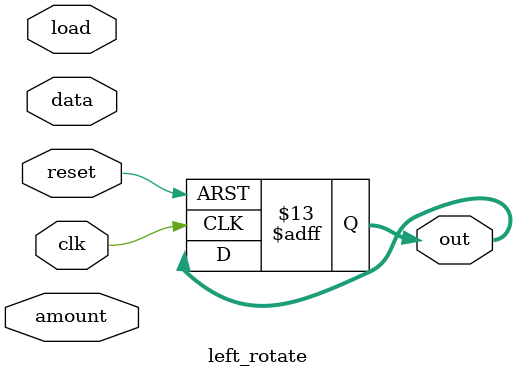
<source format=v>
module left_rotate(clk,reset,amount,data,load,out);
input clk,reset;
input [2:0] amount;
input [7:0] data;
input load;
output reg [7:0] out;
// when load is high, load data to out
// rotate the register out followed by shift left by amount bits
reg [7:0] shift_reg;

// this implementation is how to detect the specific two 7-state bits
// as how many bits are used as a shift register (2^13 into high bits)
// which can be "shift_reg" selection
always@(posedge clk) begin
    if(load)
        shift_reg[0] <= data;
    else if(~load)
        shift_reg[7:1] <= shift_reg[6:0];
    tdo <= shift_reg[7];
end

always@(posedge clk or negedge reset) begin
    if(!reset) begin
        out <= 0;
        shift_reg <= 0;
    end
end
endmodule

</source>
